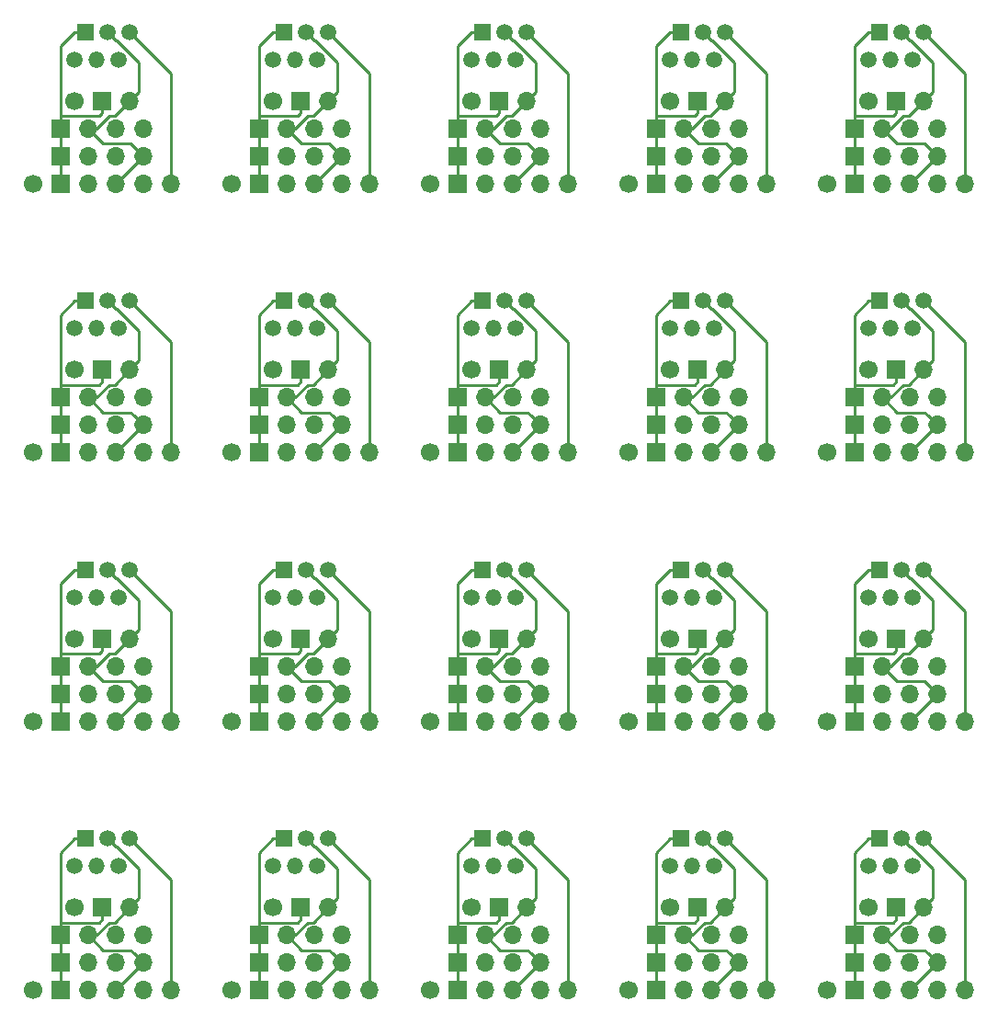
<source format=gtl>
G04 #@! TF.GenerationSoftware,KiCad,Pcbnew,5.1.5+dfsg1-2build2*
G04 #@! TF.CreationDate,2020-09-11T16:25:33-03:00*
G04 #@! TF.ProjectId,panel1,70616e65-6c31-42e6-9b69-6361645f7063,rev?*
G04 #@! TF.SameCoordinates,Original*
G04 #@! TF.FileFunction,Copper,L1,Top*
G04 #@! TF.FilePolarity,Positive*
%FSLAX46Y46*%
G04 Gerber Fmt 4.6, Leading zero omitted, Abs format (unit mm)*
G04 Created by KiCad (PCBNEW 5.1.5+dfsg1-2build2) date 2020-09-11 16:25:33*
%MOMM*%
%LPD*%
G04 APERTURE LIST*
%ADD10C,1.520000*%
%ADD11O,1.520000X1.520000*%
%ADD12R,1.520000X1.520000*%
%ADD13O,1.700000X1.700000*%
%ADD14R,1.700000X1.700000*%
%ADD15C,1.700000*%
%ADD16C,0.250000*%
G04 APERTURE END LIST*
D10*
X148737000Y-106045000D03*
X147717000Y-108585000D03*
X146697000Y-106045000D03*
D11*
X145677000Y-108585000D03*
D12*
X144657000Y-106045000D03*
D10*
X143637000Y-108585000D03*
D13*
X149987000Y-114935000D03*
X147447000Y-114935000D03*
X144907000Y-114935000D03*
D14*
X142367000Y-114935000D03*
D13*
X149987000Y-65405000D03*
X147447000Y-65405000D03*
X144907000Y-65405000D03*
D14*
X142367000Y-65405000D03*
D15*
X143637000Y-87630000D03*
D14*
X146177000Y-87630000D03*
D13*
X148717000Y-87630000D03*
X149987000Y-67945000D03*
X147447000Y-67945000D03*
X144907000Y-67945000D03*
D14*
X142367000Y-67945000D03*
D15*
X139827000Y-144780000D03*
D14*
X142367000Y-144780000D03*
D13*
X144907000Y-144780000D03*
X147447000Y-144780000D03*
X149987000Y-144780000D03*
X152527000Y-144780000D03*
X149987000Y-117475000D03*
X147447000Y-117475000D03*
X144907000Y-117475000D03*
D14*
X142367000Y-117475000D03*
D10*
X143637000Y-133350000D03*
D12*
X144657000Y-130810000D03*
D11*
X145677000Y-133350000D03*
D10*
X146697000Y-130810000D03*
X147717000Y-133350000D03*
X148737000Y-130810000D03*
D15*
X139827000Y-95250000D03*
D14*
X142367000Y-95250000D03*
D13*
X144907000Y-95250000D03*
X147447000Y-95250000D03*
X149987000Y-95250000D03*
X152527000Y-95250000D03*
D10*
X143637000Y-83820000D03*
D12*
X144657000Y-81280000D03*
D11*
X145677000Y-83820000D03*
D10*
X146697000Y-81280000D03*
X147717000Y-83820000D03*
X148737000Y-81280000D03*
D13*
X152527000Y-120015000D03*
X149987000Y-120015000D03*
X147447000Y-120015000D03*
X144907000Y-120015000D03*
D14*
X142367000Y-120015000D03*
D15*
X139827000Y-120015000D03*
D14*
X142367000Y-139700000D03*
D13*
X144907000Y-139700000D03*
X147447000Y-139700000D03*
X149987000Y-139700000D03*
D15*
X143637000Y-137160000D03*
D14*
X146177000Y-137160000D03*
D13*
X148717000Y-137160000D03*
D14*
X142367000Y-142240000D03*
D13*
X144907000Y-142240000D03*
X147447000Y-142240000D03*
X149987000Y-142240000D03*
X148717000Y-112395000D03*
D14*
X146177000Y-112395000D03*
D15*
X143637000Y-112395000D03*
D14*
X142367000Y-92710000D03*
D13*
X144907000Y-92710000D03*
X147447000Y-92710000D03*
X149987000Y-92710000D03*
X152527000Y-70485000D03*
X149987000Y-70485000D03*
X147447000Y-70485000D03*
X144907000Y-70485000D03*
D14*
X142367000Y-70485000D03*
D15*
X139827000Y-70485000D03*
D10*
X148737000Y-56515000D03*
X147717000Y-59055000D03*
X146697000Y-56515000D03*
D11*
X145677000Y-59055000D03*
D12*
X144657000Y-56515000D03*
D10*
X143637000Y-59055000D03*
D14*
X142367000Y-90170000D03*
D13*
X144907000Y-90170000D03*
X147447000Y-90170000D03*
X149987000Y-90170000D03*
X148717000Y-62865000D03*
D14*
X146177000Y-62865000D03*
D15*
X143637000Y-62865000D03*
D14*
X124079000Y-114935000D03*
D13*
X126619000Y-114935000D03*
X129159000Y-114935000D03*
X131699000Y-114935000D03*
X130429000Y-137160000D03*
D14*
X127889000Y-137160000D03*
D15*
X125349000Y-137160000D03*
D14*
X124079000Y-67945000D03*
D13*
X126619000Y-67945000D03*
X129159000Y-67945000D03*
X131699000Y-67945000D03*
D15*
X125349000Y-62865000D03*
D14*
X127889000Y-62865000D03*
D13*
X130429000Y-62865000D03*
X131699000Y-142240000D03*
X129159000Y-142240000D03*
X126619000Y-142240000D03*
D14*
X124079000Y-142240000D03*
D10*
X130449000Y-130810000D03*
X129429000Y-133350000D03*
X128409000Y-130810000D03*
D11*
X127389000Y-133350000D03*
D12*
X126369000Y-130810000D03*
D10*
X125349000Y-133350000D03*
D13*
X131699000Y-90170000D03*
X129159000Y-90170000D03*
X126619000Y-90170000D03*
D14*
X124079000Y-90170000D03*
X124079000Y-117475000D03*
D13*
X126619000Y-117475000D03*
X129159000Y-117475000D03*
X131699000Y-117475000D03*
D15*
X121539000Y-70485000D03*
D14*
X124079000Y-70485000D03*
D13*
X126619000Y-70485000D03*
X129159000Y-70485000D03*
X131699000Y-70485000D03*
X134239000Y-70485000D03*
D15*
X121539000Y-120015000D03*
D14*
X124079000Y-120015000D03*
D13*
X126619000Y-120015000D03*
X129159000Y-120015000D03*
X131699000Y-120015000D03*
X134239000Y-120015000D03*
D10*
X125349000Y-59055000D03*
D12*
X126369000Y-56515000D03*
D11*
X127389000Y-59055000D03*
D10*
X128409000Y-56515000D03*
X129429000Y-59055000D03*
X130449000Y-56515000D03*
D13*
X131699000Y-139700000D03*
X129159000Y-139700000D03*
X126619000Y-139700000D03*
D14*
X124079000Y-139700000D03*
D10*
X130449000Y-81280000D03*
X129429000Y-83820000D03*
X128409000Y-81280000D03*
D11*
X127389000Y-83820000D03*
D12*
X126369000Y-81280000D03*
D10*
X125349000Y-83820000D03*
X125349000Y-108585000D03*
D12*
X126369000Y-106045000D03*
D11*
X127389000Y-108585000D03*
D10*
X128409000Y-106045000D03*
X129429000Y-108585000D03*
X130449000Y-106045000D03*
D13*
X134239000Y-95250000D03*
X131699000Y-95250000D03*
X129159000Y-95250000D03*
X126619000Y-95250000D03*
D14*
X124079000Y-95250000D03*
D15*
X121539000Y-95250000D03*
D13*
X130429000Y-87630000D03*
D14*
X127889000Y-87630000D03*
D15*
X125349000Y-87630000D03*
D13*
X134239000Y-144780000D03*
X131699000Y-144780000D03*
X129159000Y-144780000D03*
X126619000Y-144780000D03*
D14*
X124079000Y-144780000D03*
D15*
X121539000Y-144780000D03*
D13*
X131699000Y-92710000D03*
X129159000Y-92710000D03*
X126619000Y-92710000D03*
D14*
X124079000Y-92710000D03*
D15*
X125349000Y-112395000D03*
D14*
X127889000Y-112395000D03*
D13*
X130429000Y-112395000D03*
D14*
X124079000Y-65405000D03*
D13*
X126619000Y-65405000D03*
X129159000Y-65405000D03*
X131699000Y-65405000D03*
D14*
X105791000Y-139700000D03*
D13*
X108331000Y-139700000D03*
X110871000Y-139700000D03*
X113411000Y-139700000D03*
X113411000Y-67945000D03*
X110871000Y-67945000D03*
X108331000Y-67945000D03*
D14*
X105791000Y-67945000D03*
D13*
X112141000Y-62865000D03*
D14*
X109601000Y-62865000D03*
D15*
X107061000Y-62865000D03*
D10*
X112161000Y-106045000D03*
X111141000Y-108585000D03*
X110121000Y-106045000D03*
D11*
X109101000Y-108585000D03*
D12*
X108081000Y-106045000D03*
D10*
X107061000Y-108585000D03*
D13*
X113411000Y-117475000D03*
X110871000Y-117475000D03*
X108331000Y-117475000D03*
D14*
X105791000Y-117475000D03*
D10*
X107061000Y-83820000D03*
D12*
X108081000Y-81280000D03*
D11*
X109101000Y-83820000D03*
D10*
X110121000Y-81280000D03*
X111141000Y-83820000D03*
X112161000Y-81280000D03*
D15*
X107061000Y-87630000D03*
D14*
X109601000Y-87630000D03*
D13*
X112141000Y-87630000D03*
D14*
X105791000Y-92710000D03*
D13*
X108331000Y-92710000D03*
X110871000Y-92710000D03*
X113411000Y-92710000D03*
D14*
X105791000Y-142240000D03*
D13*
X108331000Y-142240000D03*
X110871000Y-142240000D03*
X113411000Y-142240000D03*
D10*
X112161000Y-56515000D03*
X111141000Y-59055000D03*
X110121000Y-56515000D03*
D11*
X109101000Y-59055000D03*
D12*
X108081000Y-56515000D03*
D10*
X107061000Y-59055000D03*
D13*
X115951000Y-70485000D03*
X113411000Y-70485000D03*
X110871000Y-70485000D03*
X108331000Y-70485000D03*
D14*
X105791000Y-70485000D03*
D15*
X103251000Y-70485000D03*
X103251000Y-95250000D03*
D14*
X105791000Y-95250000D03*
D13*
X108331000Y-95250000D03*
X110871000Y-95250000D03*
X113411000Y-95250000D03*
X115951000Y-95250000D03*
D14*
X105791000Y-90170000D03*
D13*
X108331000Y-90170000D03*
X110871000Y-90170000D03*
X113411000Y-90170000D03*
D10*
X107061000Y-133350000D03*
D12*
X108081000Y-130810000D03*
D11*
X109101000Y-133350000D03*
D10*
X110121000Y-130810000D03*
X111141000Y-133350000D03*
X112161000Y-130810000D03*
D13*
X115951000Y-120015000D03*
X113411000Y-120015000D03*
X110871000Y-120015000D03*
X108331000Y-120015000D03*
D14*
X105791000Y-120015000D03*
D15*
X103251000Y-120015000D03*
D13*
X112141000Y-112395000D03*
D14*
X109601000Y-112395000D03*
D15*
X107061000Y-112395000D03*
D13*
X113411000Y-114935000D03*
X110871000Y-114935000D03*
X108331000Y-114935000D03*
D14*
X105791000Y-114935000D03*
D15*
X107061000Y-137160000D03*
D14*
X109601000Y-137160000D03*
D13*
X112141000Y-137160000D03*
X113411000Y-65405000D03*
X110871000Y-65405000D03*
X108331000Y-65405000D03*
D14*
X105791000Y-65405000D03*
D15*
X103251000Y-144780000D03*
D14*
X105791000Y-144780000D03*
D13*
X108331000Y-144780000D03*
X110871000Y-144780000D03*
X113411000Y-144780000D03*
X115951000Y-144780000D03*
D15*
X88773000Y-62865000D03*
D14*
X91313000Y-62865000D03*
D13*
X93853000Y-62865000D03*
X93853000Y-137160000D03*
D14*
X91313000Y-137160000D03*
D15*
X88773000Y-137160000D03*
D14*
X87503000Y-117475000D03*
D13*
X90043000Y-117475000D03*
X92583000Y-117475000D03*
X95123000Y-117475000D03*
X95123000Y-142240000D03*
X92583000Y-142240000D03*
X90043000Y-142240000D03*
D14*
X87503000Y-142240000D03*
D13*
X97663000Y-95250000D03*
X95123000Y-95250000D03*
X92583000Y-95250000D03*
X90043000Y-95250000D03*
D14*
X87503000Y-95250000D03*
D15*
X84963000Y-95250000D03*
D13*
X95123000Y-92710000D03*
X92583000Y-92710000D03*
X90043000Y-92710000D03*
D14*
X87503000Y-92710000D03*
D10*
X88773000Y-108585000D03*
D12*
X89793000Y-106045000D03*
D11*
X90813000Y-108585000D03*
D10*
X91833000Y-106045000D03*
X92853000Y-108585000D03*
X93873000Y-106045000D03*
X88773000Y-59055000D03*
D12*
X89793000Y-56515000D03*
D11*
X90813000Y-59055000D03*
D10*
X91833000Y-56515000D03*
X92853000Y-59055000D03*
X93873000Y-56515000D03*
X93873000Y-130810000D03*
X92853000Y-133350000D03*
X91833000Y-130810000D03*
D11*
X90813000Y-133350000D03*
D12*
X89793000Y-130810000D03*
D10*
X88773000Y-133350000D03*
D15*
X84963000Y-70485000D03*
D14*
X87503000Y-70485000D03*
D13*
X90043000Y-70485000D03*
X92583000Y-70485000D03*
X95123000Y-70485000D03*
X97663000Y-70485000D03*
D14*
X87503000Y-67945000D03*
D13*
X90043000Y-67945000D03*
X92583000Y-67945000D03*
X95123000Y-67945000D03*
X95123000Y-139700000D03*
X92583000Y-139700000D03*
X90043000Y-139700000D03*
D14*
X87503000Y-139700000D03*
X87503000Y-114935000D03*
D13*
X90043000Y-114935000D03*
X92583000Y-114935000D03*
X95123000Y-114935000D03*
X97663000Y-144780000D03*
X95123000Y-144780000D03*
X92583000Y-144780000D03*
X90043000Y-144780000D03*
D14*
X87503000Y-144780000D03*
D15*
X84963000Y-144780000D03*
D14*
X87503000Y-65405000D03*
D13*
X90043000Y-65405000D03*
X92583000Y-65405000D03*
X95123000Y-65405000D03*
X95123000Y-90170000D03*
X92583000Y-90170000D03*
X90043000Y-90170000D03*
D14*
X87503000Y-90170000D03*
D15*
X84963000Y-120015000D03*
D14*
X87503000Y-120015000D03*
D13*
X90043000Y-120015000D03*
X92583000Y-120015000D03*
X95123000Y-120015000D03*
X97663000Y-120015000D03*
D10*
X93873000Y-81280000D03*
X92853000Y-83820000D03*
X91833000Y-81280000D03*
D11*
X90813000Y-83820000D03*
D12*
X89793000Y-81280000D03*
D10*
X88773000Y-83820000D03*
D13*
X93853000Y-87630000D03*
D14*
X91313000Y-87630000D03*
D15*
X88773000Y-87630000D03*
X88773000Y-112395000D03*
D14*
X91313000Y-112395000D03*
D13*
X93853000Y-112395000D03*
D14*
X69215000Y-139700000D03*
D13*
X71755000Y-139700000D03*
X74295000Y-139700000D03*
X76835000Y-139700000D03*
D15*
X70485000Y-137160000D03*
D14*
X73025000Y-137160000D03*
D13*
X75565000Y-137160000D03*
D14*
X69215000Y-142240000D03*
D13*
X71755000Y-142240000D03*
X74295000Y-142240000D03*
X76835000Y-142240000D03*
D10*
X70485000Y-133350000D03*
D12*
X71505000Y-130810000D03*
D11*
X72525000Y-133350000D03*
D10*
X73545000Y-130810000D03*
X74565000Y-133350000D03*
X75585000Y-130810000D03*
D15*
X66675000Y-144780000D03*
D14*
X69215000Y-144780000D03*
D13*
X71755000Y-144780000D03*
X74295000Y-144780000D03*
X76835000Y-144780000D03*
X79375000Y-144780000D03*
X76835000Y-117475000D03*
X74295000Y-117475000D03*
X71755000Y-117475000D03*
D14*
X69215000Y-117475000D03*
D13*
X79375000Y-120015000D03*
X76835000Y-120015000D03*
X74295000Y-120015000D03*
X71755000Y-120015000D03*
D14*
X69215000Y-120015000D03*
D15*
X66675000Y-120015000D03*
D13*
X75565000Y-112395000D03*
D14*
X73025000Y-112395000D03*
D15*
X70485000Y-112395000D03*
D13*
X76835000Y-114935000D03*
X74295000Y-114935000D03*
X71755000Y-114935000D03*
D14*
X69215000Y-114935000D03*
D10*
X75585000Y-106045000D03*
X74565000Y-108585000D03*
X73545000Y-106045000D03*
D11*
X72525000Y-108585000D03*
D12*
X71505000Y-106045000D03*
D10*
X70485000Y-108585000D03*
D15*
X66675000Y-95250000D03*
D14*
X69215000Y-95250000D03*
D13*
X71755000Y-95250000D03*
X74295000Y-95250000D03*
X76835000Y-95250000D03*
X79375000Y-95250000D03*
D10*
X70485000Y-83820000D03*
D12*
X71505000Y-81280000D03*
D11*
X72525000Y-83820000D03*
D10*
X73545000Y-81280000D03*
X74565000Y-83820000D03*
X75585000Y-81280000D03*
D14*
X69215000Y-90170000D03*
D13*
X71755000Y-90170000D03*
X74295000Y-90170000D03*
X76835000Y-90170000D03*
D14*
X69215000Y-92710000D03*
D13*
X71755000Y-92710000D03*
X74295000Y-92710000D03*
X76835000Y-92710000D03*
D15*
X70485000Y-87630000D03*
D14*
X73025000Y-87630000D03*
D13*
X75565000Y-87630000D03*
X79375000Y-70485000D03*
X76835000Y-70485000D03*
X74295000Y-70485000D03*
X71755000Y-70485000D03*
D14*
X69215000Y-70485000D03*
D15*
X66675000Y-70485000D03*
D10*
X75585000Y-56515000D03*
X74565000Y-59055000D03*
X73545000Y-56515000D03*
D11*
X72525000Y-59055000D03*
D12*
X71505000Y-56515000D03*
D10*
X70485000Y-59055000D03*
D13*
X76835000Y-67945000D03*
X74295000Y-67945000D03*
X71755000Y-67945000D03*
D14*
X69215000Y-67945000D03*
D13*
X76835000Y-65405000D03*
X74295000Y-65405000D03*
X71755000Y-65405000D03*
D14*
X69215000Y-65405000D03*
D13*
X75565000Y-62865000D03*
D14*
X73025000Y-62865000D03*
D15*
X70485000Y-62865000D03*
D16*
X76414999Y-62015001D02*
X75565000Y-62865000D01*
X76414999Y-59299197D02*
X76414999Y-62015001D01*
X74390801Y-57274999D02*
X76414999Y-59299197D01*
X74304999Y-57274999D02*
X74390801Y-57274999D01*
X73545000Y-56515000D02*
X74304999Y-57274999D01*
X72555998Y-65405000D02*
X71755000Y-65405000D01*
X73730999Y-64229999D02*
X72555998Y-65405000D01*
X74200001Y-64229999D02*
X73730999Y-64229999D01*
X75565000Y-62865000D02*
X74200001Y-64229999D01*
X75985001Y-67095001D02*
X76835000Y-67945000D01*
X75659999Y-66769999D02*
X75985001Y-67095001D01*
X73119999Y-66769999D02*
X75659999Y-66769999D01*
X71755000Y-65405000D02*
X73119999Y-66769999D01*
X76835000Y-67945000D02*
X74295000Y-70485000D01*
X75659999Y-91534999D02*
X75985001Y-91860001D01*
X75985001Y-91860001D02*
X76835000Y-92710000D01*
X74200001Y-88994999D02*
X73730999Y-88994999D01*
X73119999Y-91534999D02*
X75659999Y-91534999D01*
X76414999Y-86780001D02*
X75565000Y-87630000D01*
X75565000Y-87630000D02*
X74200001Y-88994999D01*
X76414999Y-84064197D02*
X76414999Y-86780001D01*
X71755000Y-90170000D02*
X73119999Y-91534999D01*
X73730999Y-88994999D02*
X72555998Y-90170000D01*
X74390801Y-82039999D02*
X76414999Y-84064197D01*
X76835000Y-92710000D02*
X74295000Y-95250000D01*
X73545000Y-81280000D02*
X74304999Y-82039999D01*
X74304999Y-82039999D02*
X74390801Y-82039999D01*
X72555998Y-90170000D02*
X71755000Y-90170000D01*
X76835000Y-117475000D02*
X74295000Y-120015000D01*
X71755000Y-114935000D02*
X73119999Y-116299999D01*
X76414999Y-111545001D02*
X75565000Y-112395000D01*
X76414999Y-108829197D02*
X76414999Y-111545001D01*
X75659999Y-116299999D02*
X75985001Y-116625001D01*
X73730999Y-113759999D02*
X72555998Y-114935000D01*
X73545000Y-106045000D02*
X74304999Y-106804999D01*
X75565000Y-112395000D02*
X74200001Y-113759999D01*
X74304999Y-106804999D02*
X74390801Y-106804999D01*
X73119999Y-116299999D02*
X75659999Y-116299999D01*
X72555998Y-114935000D02*
X71755000Y-114935000D01*
X75985001Y-116625001D02*
X76835000Y-117475000D01*
X74200001Y-113759999D02*
X73730999Y-113759999D01*
X74390801Y-106804999D02*
X76414999Y-108829197D01*
X72555998Y-139700000D02*
X71755000Y-139700000D01*
X73545000Y-130810000D02*
X74304999Y-131569999D01*
X73730999Y-138524999D02*
X72555998Y-139700000D01*
X75659999Y-141064999D02*
X75985001Y-141390001D01*
X74390801Y-131569999D02*
X76414999Y-133594197D01*
X73119999Y-141064999D02*
X75659999Y-141064999D01*
X71755000Y-139700000D02*
X73119999Y-141064999D01*
X75985001Y-141390001D02*
X76835000Y-142240000D01*
X75565000Y-137160000D02*
X74200001Y-138524999D01*
X76835000Y-142240000D02*
X74295000Y-144780000D01*
X74200001Y-138524999D02*
X73730999Y-138524999D01*
X76414999Y-136310001D02*
X75565000Y-137160000D01*
X74304999Y-131569999D02*
X74390801Y-131569999D01*
X76414999Y-133594197D02*
X76414999Y-136310001D01*
X92592999Y-82039999D02*
X92678801Y-82039999D01*
X90843998Y-90170000D02*
X90043000Y-90170000D01*
X93947999Y-91534999D02*
X94273001Y-91860001D01*
X93947999Y-116299999D02*
X94273001Y-116625001D01*
X92018999Y-113759999D02*
X90843998Y-114935000D01*
X92018999Y-64229999D02*
X90843998Y-65405000D01*
X90043000Y-114935000D02*
X91407999Y-116299999D01*
X94702999Y-111545001D02*
X93853000Y-112395000D01*
X90043000Y-65405000D02*
X91407999Y-66769999D01*
X94273001Y-67095001D02*
X95123000Y-67945000D01*
X95123000Y-117475000D02*
X92583000Y-120015000D01*
X94702999Y-133594197D02*
X94702999Y-136310001D01*
X94702999Y-136310001D02*
X93853000Y-137160000D01*
X92592999Y-131569999D02*
X92678801Y-131569999D01*
X91833000Y-106045000D02*
X92592999Y-106804999D01*
X93853000Y-112395000D02*
X92488001Y-113759999D01*
X95123000Y-67945000D02*
X92583000Y-70485000D01*
X93947999Y-141064999D02*
X94273001Y-141390001D01*
X92678801Y-131569999D02*
X94702999Y-133594197D01*
X93853000Y-137160000D02*
X92488001Y-138524999D01*
X91407999Y-116299999D02*
X93947999Y-116299999D01*
X90843998Y-114935000D02*
X90043000Y-114935000D01*
X91833000Y-81280000D02*
X92592999Y-82039999D01*
X92488001Y-88994999D02*
X92018999Y-88994999D01*
X91407999Y-91534999D02*
X93947999Y-91534999D01*
X91407999Y-141064999D02*
X93947999Y-141064999D01*
X92592999Y-106804999D02*
X92678801Y-106804999D01*
X94702999Y-62015001D02*
X93853000Y-62865000D01*
X95123000Y-142240000D02*
X92583000Y-144780000D01*
X92488001Y-138524999D02*
X92018999Y-138524999D01*
X92592999Y-57274999D02*
X92678801Y-57274999D01*
X91833000Y-56515000D02*
X92592999Y-57274999D01*
X90843998Y-65405000D02*
X90043000Y-65405000D01*
X94702999Y-84064197D02*
X94702999Y-86780001D01*
X92678801Y-57274999D02*
X94702999Y-59299197D01*
X91833000Y-130810000D02*
X92592999Y-131569999D01*
X92018999Y-138524999D02*
X90843998Y-139700000D01*
X94273001Y-116625001D02*
X95123000Y-117475000D01*
X92488001Y-64229999D02*
X92018999Y-64229999D01*
X93853000Y-62865000D02*
X92488001Y-64229999D01*
X94702999Y-59299197D02*
X94702999Y-62015001D01*
X90043000Y-90170000D02*
X91407999Y-91534999D01*
X92018999Y-88994999D02*
X90843998Y-90170000D01*
X92488001Y-113759999D02*
X92018999Y-113759999D01*
X92678801Y-106804999D02*
X94702999Y-108829197D01*
X94273001Y-91860001D02*
X95123000Y-92710000D01*
X94702999Y-86780001D02*
X93853000Y-87630000D01*
X93853000Y-87630000D02*
X92488001Y-88994999D01*
X92678801Y-82039999D02*
X94702999Y-84064197D01*
X95123000Y-92710000D02*
X92583000Y-95250000D01*
X93947999Y-66769999D02*
X94273001Y-67095001D01*
X91407999Y-66769999D02*
X93947999Y-66769999D01*
X94702999Y-108829197D02*
X94702999Y-111545001D01*
X90043000Y-139700000D02*
X91407999Y-141064999D01*
X94273001Y-141390001D02*
X95123000Y-142240000D01*
X90843998Y-139700000D02*
X90043000Y-139700000D01*
X112141000Y-112395000D02*
X110776001Y-113759999D01*
X113411000Y-142240000D02*
X110871000Y-144780000D01*
X112561001Y-91860001D02*
X113411000Y-92710000D01*
X110966801Y-131569999D02*
X112990999Y-133594197D01*
X109695999Y-116299999D02*
X112235999Y-116299999D01*
X112235999Y-116299999D02*
X112561001Y-116625001D01*
X112561001Y-141390001D02*
X113411000Y-142240000D01*
X109131998Y-114935000D02*
X108331000Y-114935000D01*
X110966801Y-106804999D02*
X112990999Y-108829197D01*
X112990999Y-108829197D02*
X112990999Y-111545001D01*
X110966801Y-57274999D02*
X112990999Y-59299197D01*
X110880999Y-106804999D02*
X110966801Y-106804999D01*
X112990999Y-136310001D02*
X112141000Y-137160000D01*
X112990999Y-133594197D02*
X112990999Y-136310001D01*
X108331000Y-65405000D02*
X109695999Y-66769999D01*
X110121000Y-81280000D02*
X110880999Y-82039999D01*
X112990999Y-62015001D02*
X112141000Y-62865000D01*
X110306999Y-64229999D02*
X109131998Y-65405000D01*
X110306999Y-138524999D02*
X109131998Y-139700000D01*
X113411000Y-117475000D02*
X110871000Y-120015000D01*
X110121000Y-130810000D02*
X110880999Y-131569999D01*
X112561001Y-67095001D02*
X113411000Y-67945000D01*
X112561001Y-116625001D02*
X113411000Y-117475000D01*
X112141000Y-62865000D02*
X110776001Y-64229999D01*
X110776001Y-88994999D02*
X110306999Y-88994999D01*
X113411000Y-67945000D02*
X110871000Y-70485000D01*
X108331000Y-114935000D02*
X109695999Y-116299999D01*
X109695999Y-91534999D02*
X112235999Y-91534999D01*
X113411000Y-92710000D02*
X110871000Y-95250000D01*
X112235999Y-141064999D02*
X112561001Y-141390001D01*
X109695999Y-66769999D02*
X112235999Y-66769999D01*
X110121000Y-106045000D02*
X110880999Y-106804999D01*
X112235999Y-91534999D02*
X112561001Y-91860001D01*
X112990999Y-86780001D02*
X112141000Y-87630000D01*
X112141000Y-137160000D02*
X110776001Y-138524999D01*
X110880999Y-131569999D02*
X110966801Y-131569999D01*
X112235999Y-66769999D02*
X112561001Y-67095001D01*
X110776001Y-113759999D02*
X110306999Y-113759999D01*
X110306999Y-113759999D02*
X109131998Y-114935000D01*
X108331000Y-139700000D02*
X109695999Y-141064999D01*
X109695999Y-141064999D02*
X112235999Y-141064999D01*
X110776001Y-64229999D02*
X110306999Y-64229999D01*
X110776001Y-138524999D02*
X110306999Y-138524999D01*
X110306999Y-88994999D02*
X109131998Y-90170000D01*
X112990999Y-111545001D02*
X112141000Y-112395000D01*
X109131998Y-139700000D02*
X108331000Y-139700000D01*
X110880999Y-57274999D02*
X110966801Y-57274999D01*
X109131998Y-65405000D02*
X108331000Y-65405000D01*
X112141000Y-87630000D02*
X110776001Y-88994999D01*
X108331000Y-90170000D02*
X109695999Y-91534999D01*
X110966801Y-82039999D02*
X112990999Y-84064197D01*
X110880999Y-82039999D02*
X110966801Y-82039999D01*
X112990999Y-84064197D02*
X112990999Y-86780001D01*
X112990999Y-59299197D02*
X112990999Y-62015001D01*
X110121000Y-56515000D02*
X110880999Y-57274999D01*
X109131998Y-90170000D02*
X108331000Y-90170000D01*
X131699000Y-117475000D02*
X129159000Y-120015000D01*
X129064001Y-113759999D02*
X128594999Y-113759999D01*
X128409000Y-130810000D02*
X129168999Y-131569999D01*
X131278999Y-59299197D02*
X131278999Y-62015001D01*
X130523999Y-66769999D02*
X130849001Y-67095001D01*
X131278999Y-84064197D02*
X131278999Y-86780001D01*
X131699000Y-142240000D02*
X129159000Y-144780000D01*
X131699000Y-67945000D02*
X129159000Y-70485000D01*
X131699000Y-92710000D02*
X129159000Y-95250000D01*
X127983999Y-141064999D02*
X130523999Y-141064999D01*
X127419998Y-139700000D02*
X126619000Y-139700000D01*
X126619000Y-114935000D02*
X127983999Y-116299999D01*
X131278999Y-111545001D02*
X130429000Y-112395000D01*
X127983999Y-66769999D02*
X130523999Y-66769999D01*
X130849001Y-91860001D02*
X131699000Y-92710000D01*
X130849001Y-67095001D02*
X131699000Y-67945000D01*
X130429000Y-62865000D02*
X129064001Y-64229999D01*
X130523999Y-141064999D02*
X130849001Y-141390001D01*
X126619000Y-139700000D02*
X127983999Y-141064999D01*
X128409000Y-56515000D02*
X129168999Y-57274999D01*
X130523999Y-116299999D02*
X130849001Y-116625001D01*
X129168999Y-131569999D02*
X129254801Y-131569999D01*
X127983999Y-116299999D02*
X130523999Y-116299999D01*
X128594999Y-64229999D02*
X127419998Y-65405000D01*
X129168999Y-57274999D02*
X129254801Y-57274999D01*
X129064001Y-64229999D02*
X128594999Y-64229999D01*
X128594999Y-138524999D02*
X127419998Y-139700000D01*
X127419998Y-65405000D02*
X126619000Y-65405000D01*
X129254801Y-82039999D02*
X131278999Y-84064197D01*
X129254801Y-131569999D02*
X131278999Y-133594197D01*
X129168999Y-82039999D02*
X129254801Y-82039999D01*
X129168999Y-106804999D02*
X129254801Y-106804999D01*
X130523999Y-91534999D02*
X130849001Y-91860001D01*
X130849001Y-116625001D02*
X131699000Y-117475000D01*
X128594999Y-113759999D02*
X127419998Y-114935000D01*
X127419998Y-90170000D02*
X126619000Y-90170000D01*
X131278999Y-136310001D02*
X130429000Y-137160000D01*
X126619000Y-65405000D02*
X127983999Y-66769999D01*
X128594999Y-88994999D02*
X127419998Y-90170000D01*
X129254801Y-106804999D02*
X131278999Y-108829197D01*
X130429000Y-112395000D02*
X129064001Y-113759999D01*
X129064001Y-88994999D02*
X128594999Y-88994999D01*
X127983999Y-91534999D02*
X130523999Y-91534999D01*
X130849001Y-141390001D02*
X131699000Y-142240000D01*
X131278999Y-62015001D02*
X130429000Y-62865000D01*
X128409000Y-81280000D02*
X129168999Y-82039999D01*
X126619000Y-90170000D02*
X127983999Y-91534999D01*
X127419998Y-114935000D02*
X126619000Y-114935000D01*
X130429000Y-137160000D02*
X129064001Y-138524999D01*
X131278999Y-133594197D02*
X131278999Y-136310001D01*
X129064001Y-138524999D02*
X128594999Y-138524999D01*
X129254801Y-57274999D02*
X131278999Y-59299197D01*
X128409000Y-106045000D02*
X129168999Y-106804999D01*
X131278999Y-108829197D02*
X131278999Y-111545001D01*
X131278999Y-86780001D02*
X130429000Y-87630000D01*
X130429000Y-87630000D02*
X129064001Y-88994999D01*
X148717000Y-62865000D02*
X147352001Y-64229999D01*
X149987000Y-92710000D02*
X147447000Y-95250000D01*
X146697000Y-130810000D02*
X147456999Y-131569999D01*
X149566999Y-108829197D02*
X149566999Y-111545001D01*
X149566999Y-86780001D02*
X148717000Y-87630000D01*
X148811999Y-116299999D02*
X149137001Y-116625001D01*
X147456999Y-131569999D02*
X147542801Y-131569999D01*
X149137001Y-141390001D02*
X149987000Y-142240000D01*
X147456999Y-106804999D02*
X147542801Y-106804999D01*
X146882999Y-88994999D02*
X145707998Y-90170000D01*
X147542801Y-106804999D02*
X149566999Y-108829197D01*
X144907000Y-90170000D02*
X146271999Y-91534999D01*
X149987000Y-67945000D02*
X147447000Y-70485000D01*
X148717000Y-137160000D02*
X147352001Y-138524999D01*
X146697000Y-56515000D02*
X147456999Y-57274999D01*
X149566999Y-59299197D02*
X149566999Y-62015001D01*
X149566999Y-62015001D02*
X148717000Y-62865000D01*
X144907000Y-139700000D02*
X146271999Y-141064999D01*
X148717000Y-112395000D02*
X147352001Y-113759999D01*
X146271999Y-66769999D02*
X148811999Y-66769999D01*
X149137001Y-91860001D02*
X149987000Y-92710000D01*
X146697000Y-81280000D02*
X147456999Y-82039999D01*
X147352001Y-113759999D02*
X146882999Y-113759999D01*
X148811999Y-66769999D02*
X149137001Y-67095001D01*
X145707998Y-114935000D02*
X144907000Y-114935000D01*
X148811999Y-91534999D02*
X149137001Y-91860001D01*
X149987000Y-117475000D02*
X147447000Y-120015000D01*
X145707998Y-139700000D02*
X144907000Y-139700000D01*
X144907000Y-65405000D02*
X146271999Y-66769999D01*
X145707998Y-90170000D02*
X144907000Y-90170000D01*
X146271999Y-91534999D02*
X148811999Y-91534999D01*
X149566999Y-84064197D02*
X149566999Y-86780001D01*
X146271999Y-116299999D02*
X148811999Y-116299999D01*
X144907000Y-114935000D02*
X146271999Y-116299999D01*
X146882999Y-64229999D02*
X145707998Y-65405000D01*
X147456999Y-57274999D02*
X147542801Y-57274999D01*
X147542801Y-131569999D02*
X149566999Y-133594197D01*
X147456999Y-82039999D02*
X147542801Y-82039999D01*
X149137001Y-67095001D02*
X149987000Y-67945000D01*
X149137001Y-116625001D02*
X149987000Y-117475000D01*
X147352001Y-64229999D02*
X146882999Y-64229999D01*
X149987000Y-142240000D02*
X147447000Y-144780000D01*
X147352001Y-88994999D02*
X146882999Y-88994999D01*
X148717000Y-87630000D02*
X147352001Y-88994999D01*
X149566999Y-133594197D02*
X149566999Y-136310001D01*
X146882999Y-138524999D02*
X145707998Y-139700000D01*
X148811999Y-141064999D02*
X149137001Y-141390001D01*
X146882999Y-113759999D02*
X145707998Y-114935000D01*
X146271999Y-141064999D02*
X148811999Y-141064999D01*
X149566999Y-111545001D02*
X148717000Y-112395000D01*
X149566999Y-136310001D02*
X148717000Y-137160000D01*
X147542801Y-82039999D02*
X149566999Y-84064197D01*
X145707998Y-65405000D02*
X144907000Y-65405000D01*
X147352001Y-138524999D02*
X146882999Y-138524999D01*
X146697000Y-106045000D02*
X147456999Y-106804999D01*
X147542801Y-57274999D02*
X149566999Y-59299197D01*
X69215000Y-67945000D02*
X69215000Y-67144002D01*
X69215000Y-70485000D02*
X69215000Y-67945000D01*
X69215000Y-67945000D02*
X69215000Y-65405000D01*
X73025000Y-63965000D02*
X73025000Y-62865000D01*
X72760001Y-64229999D02*
X73025000Y-63965000D01*
X69290001Y-64229999D02*
X72760001Y-64229999D01*
X69215000Y-64305000D02*
X69290001Y-64229999D01*
X69215000Y-65405000D02*
X69215000Y-64305000D01*
X70495000Y-56515000D02*
X69215000Y-57795000D01*
X71505000Y-56515000D02*
X70495000Y-56515000D01*
X69215000Y-63334002D02*
X69215000Y-65405000D01*
X69215000Y-57795000D02*
X69215000Y-63334002D01*
X73025000Y-88730000D02*
X73025000Y-87630000D01*
X72760001Y-88994999D02*
X73025000Y-88730000D01*
X69215000Y-88099002D02*
X69215000Y-90170000D01*
X70495000Y-81280000D02*
X69215000Y-82560000D01*
X69215000Y-82560000D02*
X69215000Y-88099002D01*
X69215000Y-92710000D02*
X69215000Y-91909002D01*
X69215000Y-95250000D02*
X69215000Y-92710000D01*
X69290001Y-88994999D02*
X72760001Y-88994999D01*
X71505000Y-81280000D02*
X70495000Y-81280000D01*
X69215000Y-90170000D02*
X69215000Y-89070000D01*
X69215000Y-92710000D02*
X69215000Y-90170000D01*
X69215000Y-89070000D02*
X69290001Y-88994999D01*
X69215000Y-120015000D02*
X69215000Y-117475000D01*
X70495000Y-106045000D02*
X69215000Y-107325000D01*
X69215000Y-114935000D02*
X69215000Y-113835000D01*
X72760001Y-113759999D02*
X73025000Y-113495000D01*
X69215000Y-112864002D02*
X69215000Y-114935000D01*
X69215000Y-107325000D02*
X69215000Y-112864002D01*
X71505000Y-106045000D02*
X70495000Y-106045000D01*
X69290001Y-113759999D02*
X72760001Y-113759999D01*
X69215000Y-117475000D02*
X69215000Y-116674002D01*
X69215000Y-113835000D02*
X69290001Y-113759999D01*
X73025000Y-113495000D02*
X73025000Y-112395000D01*
X69215000Y-117475000D02*
X69215000Y-114935000D01*
X69215000Y-142240000D02*
X69215000Y-139700000D01*
X69215000Y-144780000D02*
X69215000Y-142240000D01*
X71505000Y-130810000D02*
X70495000Y-130810000D01*
X69215000Y-137629002D02*
X69215000Y-139700000D01*
X70495000Y-130810000D02*
X69215000Y-132090000D01*
X69215000Y-139700000D02*
X69215000Y-138600000D01*
X69215000Y-132090000D02*
X69215000Y-137629002D01*
X69290001Y-138524999D02*
X72760001Y-138524999D01*
X72760001Y-138524999D02*
X73025000Y-138260000D01*
X69215000Y-142240000D02*
X69215000Y-141439002D01*
X73025000Y-138260000D02*
X73025000Y-137160000D01*
X69215000Y-138600000D02*
X69290001Y-138524999D01*
X87503000Y-92710000D02*
X87503000Y-90170000D01*
X87503000Y-89070000D02*
X87578001Y-88994999D01*
X87503000Y-120015000D02*
X87503000Y-117475000D01*
X87503000Y-117475000D02*
X87503000Y-116674002D01*
X87503000Y-139700000D02*
X87503000Y-138600000D01*
X87503000Y-132090000D02*
X87503000Y-137629002D01*
X89793000Y-130810000D02*
X88783000Y-130810000D01*
X87503000Y-137629002D02*
X87503000Y-139700000D01*
X89793000Y-81280000D02*
X88783000Y-81280000D01*
X87503000Y-90170000D02*
X87503000Y-89070000D01*
X87503000Y-67945000D02*
X87503000Y-67144002D01*
X87503000Y-70485000D02*
X87503000Y-67945000D01*
X87578001Y-64229999D02*
X91048001Y-64229999D01*
X87503000Y-64305000D02*
X87578001Y-64229999D01*
X87503000Y-65405000D02*
X87503000Y-64305000D01*
X87503000Y-114935000D02*
X87503000Y-113835000D01*
X87503000Y-67945000D02*
X87503000Y-65405000D01*
X91313000Y-63965000D02*
X91313000Y-62865000D01*
X91048001Y-64229999D02*
X91313000Y-63965000D01*
X88783000Y-56515000D02*
X87503000Y-57795000D01*
X87503000Y-92710000D02*
X87503000Y-91909002D01*
X87503000Y-95250000D02*
X87503000Y-92710000D01*
X87578001Y-88994999D02*
X91048001Y-88994999D01*
X88783000Y-106045000D02*
X87503000Y-107325000D01*
X87578001Y-138524999D02*
X91048001Y-138524999D01*
X91048001Y-138524999D02*
X91313000Y-138260000D01*
X87503000Y-142240000D02*
X87503000Y-141439002D01*
X89793000Y-56515000D02*
X88783000Y-56515000D01*
X87503000Y-63334002D02*
X87503000Y-65405000D01*
X91048001Y-113759999D02*
X91313000Y-113495000D01*
X87503000Y-112864002D02*
X87503000Y-114935000D01*
X87503000Y-107325000D02*
X87503000Y-112864002D01*
X87503000Y-117475000D02*
X87503000Y-114935000D01*
X87503000Y-57795000D02*
X87503000Y-63334002D01*
X91313000Y-88730000D02*
X91313000Y-87630000D01*
X91048001Y-88994999D02*
X91313000Y-88730000D01*
X91313000Y-138260000D02*
X91313000Y-137160000D01*
X87503000Y-138600000D02*
X87578001Y-138524999D01*
X87503000Y-88099002D02*
X87503000Y-90170000D01*
X88783000Y-81280000D02*
X87503000Y-82560000D01*
X87503000Y-82560000D02*
X87503000Y-88099002D01*
X87503000Y-142240000D02*
X87503000Y-139700000D01*
X87503000Y-144780000D02*
X87503000Y-142240000D01*
X89793000Y-106045000D02*
X88783000Y-106045000D01*
X87578001Y-113759999D02*
X91048001Y-113759999D01*
X88783000Y-130810000D02*
X87503000Y-132090000D01*
X87503000Y-113835000D02*
X87578001Y-113759999D01*
X91313000Y-113495000D02*
X91313000Y-112395000D01*
X105866001Y-113759999D02*
X109336001Y-113759999D01*
X108081000Y-130810000D02*
X107071000Y-130810000D01*
X109336001Y-64229999D02*
X109601000Y-63965000D01*
X105791000Y-65405000D02*
X105791000Y-64305000D01*
X105791000Y-120015000D02*
X105791000Y-117475000D01*
X105791000Y-92710000D02*
X105791000Y-90170000D01*
X105791000Y-70485000D02*
X105791000Y-67945000D01*
X109336001Y-88994999D02*
X109601000Y-88730000D01*
X107071000Y-106045000D02*
X105791000Y-107325000D01*
X105791000Y-67945000D02*
X105791000Y-67144002D01*
X108081000Y-81280000D02*
X107071000Y-81280000D01*
X105791000Y-90170000D02*
X105791000Y-89070000D01*
X109336001Y-113759999D02*
X109601000Y-113495000D01*
X105791000Y-144780000D02*
X105791000Y-142240000D01*
X105791000Y-139700000D02*
X105791000Y-138600000D01*
X105791000Y-132090000D02*
X105791000Y-137629002D01*
X105791000Y-64305000D02*
X105866001Y-64229999D01*
X109336001Y-138524999D02*
X109601000Y-138260000D01*
X105791000Y-88099002D02*
X105791000Y-90170000D01*
X105791000Y-112864002D02*
X105791000Y-114935000D01*
X105791000Y-95250000D02*
X105791000Y-92710000D01*
X105791000Y-89070000D02*
X105866001Y-88994999D01*
X107071000Y-56515000D02*
X105791000Y-57795000D01*
X109601000Y-88730000D02*
X109601000Y-87630000D01*
X108081000Y-56515000D02*
X107071000Y-56515000D01*
X105791000Y-67945000D02*
X105791000Y-65405000D01*
X105791000Y-137629002D02*
X105791000Y-139700000D01*
X109601000Y-113495000D02*
X109601000Y-112395000D01*
X105791000Y-92710000D02*
X105791000Y-91909002D01*
X105791000Y-117475000D02*
X105791000Y-114935000D01*
X105791000Y-82560000D02*
X105791000Y-88099002D01*
X105791000Y-117475000D02*
X105791000Y-116674002D01*
X105866001Y-64229999D02*
X109336001Y-64229999D01*
X105791000Y-114935000D02*
X105791000Y-113835000D01*
X105791000Y-142240000D02*
X105791000Y-139700000D01*
X109601000Y-63965000D02*
X109601000Y-62865000D01*
X105866001Y-138524999D02*
X109336001Y-138524999D01*
X105791000Y-142240000D02*
X105791000Y-141439002D01*
X105791000Y-138600000D02*
X105866001Y-138524999D01*
X105866001Y-88994999D02*
X109336001Y-88994999D01*
X109601000Y-138260000D02*
X109601000Y-137160000D01*
X105791000Y-113835000D02*
X105866001Y-113759999D01*
X107071000Y-130810000D02*
X105791000Y-132090000D01*
X105791000Y-107325000D02*
X105791000Y-112864002D01*
X108081000Y-106045000D02*
X107071000Y-106045000D01*
X107071000Y-81280000D02*
X105791000Y-82560000D01*
X105791000Y-57795000D02*
X105791000Y-63334002D01*
X105791000Y-63334002D02*
X105791000Y-65405000D01*
X124079000Y-63334002D02*
X124079000Y-65405000D01*
X124079000Y-112864002D02*
X124079000Y-114935000D01*
X124079000Y-95250000D02*
X124079000Y-92710000D01*
X125359000Y-81280000D02*
X124079000Y-82560000D01*
X124079000Y-137629002D02*
X124079000Y-139700000D01*
X127889000Y-113495000D02*
X127889000Y-112395000D01*
X124079000Y-114935000D02*
X124079000Y-113835000D01*
X124154001Y-88994999D02*
X127624001Y-88994999D01*
X124079000Y-113835000D02*
X124154001Y-113759999D01*
X126369000Y-81280000D02*
X125359000Y-81280000D01*
X126369000Y-130810000D02*
X125359000Y-130810000D01*
X124154001Y-113759999D02*
X127624001Y-113759999D01*
X124079000Y-138600000D02*
X124154001Y-138524999D01*
X124079000Y-144780000D02*
X124079000Y-142240000D01*
X124079000Y-120015000D02*
X124079000Y-117475000D01*
X127889000Y-88730000D02*
X127889000Y-87630000D01*
X127624001Y-88994999D02*
X127889000Y-88730000D01*
X125359000Y-130810000D02*
X124079000Y-132090000D01*
X124079000Y-90170000D02*
X124079000Y-89070000D01*
X124079000Y-57795000D02*
X124079000Y-63334002D01*
X125359000Y-56515000D02*
X124079000Y-57795000D01*
X124079000Y-70485000D02*
X124079000Y-67945000D01*
X124079000Y-82560000D02*
X124079000Y-88099002D01*
X124079000Y-67945000D02*
X124079000Y-65405000D01*
X127624001Y-138524999D02*
X127889000Y-138260000D01*
X124079000Y-132090000D02*
X124079000Y-137629002D01*
X126369000Y-56515000D02*
X125359000Y-56515000D01*
X124079000Y-65405000D02*
X124079000Y-64305000D01*
X124079000Y-142240000D02*
X124079000Y-139700000D01*
X124079000Y-92710000D02*
X124079000Y-90170000D01*
X124079000Y-107325000D02*
X124079000Y-112864002D01*
X124079000Y-67945000D02*
X124079000Y-67144002D01*
X124079000Y-89070000D02*
X124154001Y-88994999D01*
X124079000Y-117475000D02*
X124079000Y-114935000D01*
X127624001Y-113759999D02*
X127889000Y-113495000D01*
X124079000Y-92710000D02*
X124079000Y-91909002D01*
X124079000Y-142240000D02*
X124079000Y-141439002D01*
X125359000Y-106045000D02*
X124079000Y-107325000D01*
X126369000Y-106045000D02*
X125359000Y-106045000D01*
X124154001Y-138524999D02*
X127624001Y-138524999D01*
X124079000Y-139700000D02*
X124079000Y-138600000D01*
X127889000Y-63965000D02*
X127889000Y-62865000D01*
X124154001Y-64229999D02*
X127624001Y-64229999D01*
X124079000Y-64305000D02*
X124154001Y-64229999D01*
X124079000Y-88099002D02*
X124079000Y-90170000D01*
X127889000Y-138260000D02*
X127889000Y-137160000D01*
X127624001Y-64229999D02*
X127889000Y-63965000D01*
X124079000Y-117475000D02*
X124079000Y-116674002D01*
X143647000Y-81280000D02*
X142367000Y-82560000D01*
X143647000Y-56515000D02*
X142367000Y-57795000D01*
X142367000Y-107325000D02*
X142367000Y-112864002D01*
X142367000Y-67945000D02*
X142367000Y-67144002D01*
X142367000Y-88099002D02*
X142367000Y-90170000D01*
X142367000Y-95250000D02*
X142367000Y-92710000D01*
X142367000Y-67945000D02*
X142367000Y-65405000D01*
X142367000Y-70485000D02*
X142367000Y-67945000D01*
X142367000Y-114935000D02*
X142367000Y-113835000D01*
X142367000Y-113835000D02*
X142442001Y-113759999D01*
X142367000Y-142240000D02*
X142367000Y-141439002D01*
X142367000Y-138600000D02*
X142442001Y-138524999D01*
X142367000Y-144780000D02*
X142367000Y-142240000D01*
X143647000Y-106045000D02*
X142367000Y-107325000D01*
X144657000Y-81280000D02*
X143647000Y-81280000D01*
X146177000Y-88730000D02*
X146177000Y-87630000D01*
X145912001Y-88994999D02*
X146177000Y-88730000D01*
X142367000Y-63334002D02*
X142367000Y-65405000D01*
X143647000Y-130810000D02*
X142367000Y-132090000D01*
X142367000Y-132090000D02*
X142367000Y-137629002D01*
X142367000Y-82560000D02*
X142367000Y-88099002D01*
X142367000Y-112864002D02*
X142367000Y-114935000D01*
X142367000Y-142240000D02*
X142367000Y-139700000D01*
X142367000Y-89070000D02*
X142442001Y-88994999D01*
X142367000Y-117475000D02*
X142367000Y-114935000D01*
X142367000Y-137629002D02*
X142367000Y-139700000D01*
X146177000Y-113495000D02*
X146177000Y-112395000D01*
X145912001Y-64229999D02*
X146177000Y-63965000D01*
X142367000Y-139700000D02*
X142367000Y-138600000D01*
X142367000Y-65405000D02*
X142367000Y-64305000D01*
X142442001Y-88994999D02*
X145912001Y-88994999D01*
X145912001Y-138524999D02*
X146177000Y-138260000D01*
X144657000Y-130810000D02*
X143647000Y-130810000D01*
X142442001Y-113759999D02*
X145912001Y-113759999D01*
X144657000Y-106045000D02*
X143647000Y-106045000D01*
X142442001Y-64229999D02*
X145912001Y-64229999D01*
X144657000Y-56515000D02*
X143647000Y-56515000D01*
X146177000Y-63965000D02*
X146177000Y-62865000D01*
X146177000Y-138260000D02*
X146177000Y-137160000D01*
X142367000Y-92710000D02*
X142367000Y-90170000D01*
X142367000Y-117475000D02*
X142367000Y-116674002D01*
X142367000Y-64305000D02*
X142442001Y-64229999D01*
X142367000Y-120015000D02*
X142367000Y-117475000D01*
X142367000Y-57795000D02*
X142367000Y-63334002D01*
X145912001Y-113759999D02*
X146177000Y-113495000D01*
X142367000Y-92710000D02*
X142367000Y-91909002D01*
X142367000Y-90170000D02*
X142367000Y-89070000D01*
X142442001Y-138524999D02*
X145912001Y-138524999D01*
X79375000Y-60305000D02*
X79375000Y-70485000D01*
X75585000Y-56515000D02*
X79375000Y-60305000D01*
X79375000Y-85070000D02*
X79375000Y-95250000D01*
X75585000Y-81280000D02*
X79375000Y-85070000D01*
X75585000Y-106045000D02*
X79375000Y-109835000D01*
X79375000Y-109835000D02*
X79375000Y-120015000D01*
X75585000Y-130810000D02*
X79375000Y-134600000D01*
X79375000Y-134600000D02*
X79375000Y-144780000D01*
X93873000Y-56515000D02*
X97663000Y-60305000D01*
X97663000Y-85070000D02*
X97663000Y-95250000D01*
X93873000Y-81280000D02*
X97663000Y-85070000D01*
X97663000Y-134600000D02*
X97663000Y-144780000D01*
X93873000Y-106045000D02*
X97663000Y-109835000D01*
X97663000Y-109835000D02*
X97663000Y-120015000D01*
X93873000Y-130810000D02*
X97663000Y-134600000D01*
X97663000Y-60305000D02*
X97663000Y-70485000D01*
X112161000Y-106045000D02*
X115951000Y-109835000D01*
X115951000Y-85070000D02*
X115951000Y-95250000D01*
X112161000Y-81280000D02*
X115951000Y-85070000D01*
X115951000Y-60305000D02*
X115951000Y-70485000D01*
X115951000Y-134600000D02*
X115951000Y-144780000D01*
X112161000Y-130810000D02*
X115951000Y-134600000D01*
X112161000Y-56515000D02*
X115951000Y-60305000D01*
X115951000Y-109835000D02*
X115951000Y-120015000D01*
X130449000Y-106045000D02*
X134239000Y-109835000D01*
X134239000Y-85070000D02*
X134239000Y-95250000D01*
X134239000Y-60305000D02*
X134239000Y-70485000D01*
X130449000Y-56515000D02*
X134239000Y-60305000D01*
X130449000Y-130810000D02*
X134239000Y-134600000D01*
X130449000Y-81280000D02*
X134239000Y-85070000D01*
X134239000Y-109835000D02*
X134239000Y-120015000D01*
X134239000Y-134600000D02*
X134239000Y-144780000D01*
X152527000Y-60305000D02*
X152527000Y-70485000D01*
X148737000Y-106045000D02*
X152527000Y-109835000D01*
X148737000Y-130810000D02*
X152527000Y-134600000D01*
X152527000Y-109835000D02*
X152527000Y-120015000D01*
X152527000Y-85070000D02*
X152527000Y-95250000D01*
X148737000Y-56515000D02*
X152527000Y-60305000D01*
X152527000Y-134600000D02*
X152527000Y-144780000D01*
X148737000Y-81280000D02*
X152527000Y-85070000D01*
M02*

</source>
